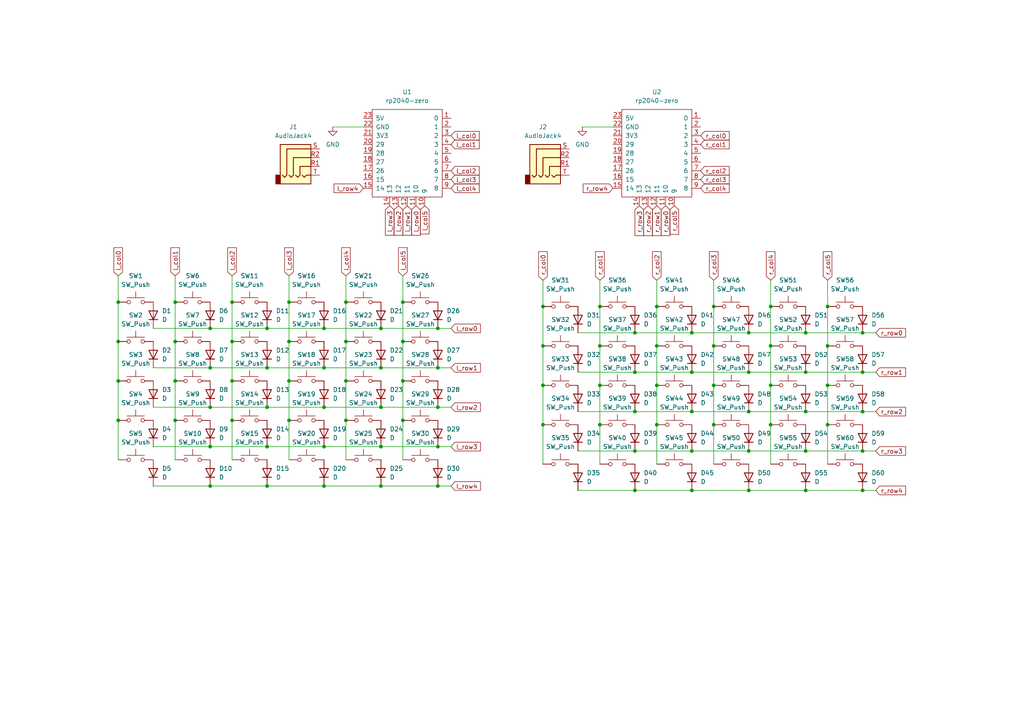
<source format=kicad_sch>
(kicad_sch (version 20231120) (generator "eeschema") (generator_version "8.0")
  (paper "A4")
  (lib_symbols
    (symbol "Connector_Audio:AudioJack4"
      (property "Reference" "J" (at 0 8.89 0))
      (property "Value" "AudioJack4" (at 0 6.35 0))
      (symbol "AudioJack4_0_1"
        (rectangle (start -6.35 -5.08) (end -7.62 -7.62) (stroke (width 0.254)) (fill (type outline)))
        (polyline (pts (xy 0 -5.08) (xy 0.635 -5.715) (xy 1.27 -5.08) (xy 2.54 -5.08)) (stroke (width 0.254)))
        (polyline (pts (xy -5.715 -5.08) (xy -5.08 -5.715) (xy -4.445 -5.08) (xy -4.445 2.54) (xy 2.54 2.54)) (stroke (width 0.254)))
        (polyline (pts (xy -1.905 -5.08) (xy -1.27 -5.715) (xy -0.635 -5.08) (xy -0.635 -2.54) (xy 2.54 -2.54)) (stroke (width 0.254)))
        (polyline (pts (xy 2.54 0) (xy -2.54 0) (xy -2.54 -5.08) (xy -3.175 -5.715) (xy -3.81 -5.08)) (stroke (width 0.254)))
        (rectangle (start 2.54 3.81) (end -6.35 -7.62) (stroke (width 0.254)) (fill (type background)))
      )
      (symbol "AudioJack4_1_1"
        (pin passive line (at 5.08 -2.54 180) (length 2.54) (name "~") (number "R1"))
        (pin passive line (at 5.08 0 180) (length 2.54) (name "~") (number "R2"))
        (pin passive line (at 5.08 2.54 180) (length 2.54) (name "~") (number "S"))
        (pin passive line (at 5.08 -5.08 180) (length 2.54) (name "~") (number "T"))
      )
    )
    (symbol "Device:D" (pin_numbers hide) (pin_names (offset 1.016) hide)
      (property "Reference" "D" (at 0 2.54 0))
      (property "Value" "D" (at 0 -2.54 0))
      (symbol "D_0_1"
        (polyline (pts (xy -1.27 1.27) (xy -1.27 -1.27)) (stroke (width 0.254)))
        (polyline (pts (xy 1.27 0) (xy -1.27 0)))
        (polyline (pts (xy 1.27 1.27) (xy 1.27 -1.27) (xy -1.27 0) (xy 1.27 1.27)) (stroke (width 0.254)))
      )
      (symbol "D_1_1"
        (pin passive line (at -3.81 0 0) (length 2.54) (name "K") (number "1"))
        (pin passive line (at 3.81 0 180) (length 2.54) (name "A") (number "2"))
      )
    )
    (symbol "Switch:SW_Push" (pin_numbers hide) (pin_names (offset 1.016) hide)
      (property "Reference" "SW" (at 1.27 2.54 0))
      (property "Value" "SW_Push" (at 0 -1.524 0))
      (symbol "SW_Push_0_1"
        (circle (center -2.032 0) (radius 0.508))
        (polyline (pts (xy 0 1.27) (xy 0 3.048)))
        (polyline (pts (xy 2.54 1.27) (xy -2.54 1.27)))
        (circle (center 2.032 0) (radius 0.508))
        (pin passive line (at -5.08 0 0) (length 2.54) (name "1") (number "1"))
        (pin passive line (at 5.08 0 180) (length 2.54) (name "2") (number "2"))
      )
    )
    (symbol "mcu:rp2040-zero" (pin_names (offset 1.016))
      (property "Reference" "U" (at 0 15.24 0))
      (property "Value" "rp2040-zero" (at 0 12.7 0))
      (symbol "rp2040-zero_0_1"
        (rectangle (start -10.16 11.43) (end 10.16 -13.97))
      )
      (symbol "rp2040-zero_1_1"
        (pin bidirectional line (at 12.7 8.89 180) (length 2.54) (name "0") (number "1"))
        (pin bidirectional line (at 5.08 -16.51 90) (length 2.54) (name "9") (number "10"))
        (pin bidirectional line (at 2.54 -16.51 90) (length 2.54) (name "10") (number "11"))
        (pin bidirectional line (at 0 -16.51 90) (length 2.54) (name "11") (number "12"))
        (pin bidirectional line (at -2.54 -16.51 90) (length 2.54) (name "12") (number "13"))
        (pin bidirectional line (at -5.08 -16.51 90) (length 2.54) (name "13") (number "14"))
        (pin bidirectional line (at -12.7 -11.43 0) (length 2.54) (name "14") (number "15"))
        (pin bidirectional line (at -12.7 -8.89 0) (length 2.54) (name "15") (number "16"))
        (pin bidirectional line (at -12.7 -6.35 0) (length 2.54) (name "26") (number "17"))
        (pin bidirectional line (at -12.7 -3.81 0) (length 2.54) (name "27") (number "18"))
        (pin bidirectional line (at -12.7 -1.27 0) (length 2.54) (name "28") (number "19"))
        (pin bidirectional line (at 12.7 6.35 180) (length 2.54) (name "1") (number "2"))
        (pin bidirectional line (at -12.7 1.27 0) (length 2.54) (name "29") (number "20"))
        (pin power_out line (at -12.7 3.81 0) (length 2.54) (name "3V3") (number "21"))
        (pin power_out line (at -12.7 6.35 0) (length 2.54) (name "GND") (number "22"))
        (pin power_out line (at -12.7 8.89 0) (length 2.54) (name "5V") (number "23"))
        (pin bidirectional line (at 12.7 3.81 180) (length 2.54) (name "2") (number "3"))
        (pin bidirectional line (at 12.7 1.27 180) (length 2.54) (name "3") (number "4"))
        (pin bidirectional line (at 12.7 -1.27 180) (length 2.54) (name "4") (number "5"))
        (pin bidirectional line (at 12.7 -3.81 180) (length 2.54) (name "5") (number "6"))
        (pin bidirectional line (at 12.7 -6.35 180) (length 2.54) (name "6") (number "7"))
        (pin bidirectional line (at 12.7 -8.89 180) (length 2.54) (name "7") (number "8"))
        (pin bidirectional line (at 12.7 -11.43 180) (length 2.54) (name "8") (number "9"))
      )
    )
    (symbol "power:GND" (power) (pin_numbers hide) (pin_names (offset 0) hide)
      (property "Value" "GND" (at 0 -3.81 0))
      (symbol "GND_0_1"
        (polyline (pts (xy 0 0) (xy 0 -1.27) (xy 1.27 -1.27) (xy 0 -2.54) (xy -1.27 -1.27) (xy 0 -1.27)))
      )
      (symbol "GND_1_1"
        (pin power_in line (at 0 0 270) (length 0) (name "~") (number "1"))
      )
    )
  )
  (junction (at 60.96 129.54))
  (junction (at 100.33 110.49))
  (junction (at 93.98 140.97))
  (junction (at 77.47 140.97))
  (junction (at 67.31 87.63))
  (junction (at 217.17 130.81))
  (junction (at 83.82 110.49))
  (junction (at 110.49 106.68))
  (junction (at 77.47 106.68))
  (junction (at 83.82 99.06))
  (junction (at 50.8 110.49))
  (junction (at 207.01 88.9))
  (junction (at 184.15 107.95))
  (junction (at 207.01 123.19))
  (junction (at 217.17 107.95))
  (junction (at 67.31 99.06))
  (junction (at 93.98 129.54))
  (junction (at 240.03 88.9))
  (junction (at 184.15 119.38))
  (junction (at 240.03 100.33))
  (junction (at 100.33 99.06))
  (junction (at 200.66 119.38))
  (junction (at 93.98 95.25))
  (junction (at 217.17 142.24))
  (junction (at 60.96 140.97))
  (junction (at 77.47 95.25))
  (junction (at 200.66 107.95))
  (junction (at 190.5 123.19))
  (junction (at 207.01 111.76))
  (junction (at 127 118.11))
  (junction (at 50.8 99.06))
  (junction (at 190.5 111.76))
  (junction (at 83.82 87.63))
  (junction (at 173.99 123.19))
  (junction (at 217.17 119.38))
  (junction (at 83.82 121.92))
  (junction (at 184.15 96.52))
  (junction (at 233.68 142.24))
  (junction (at 110.49 118.11))
  (junction (at 67.31 121.92))
  (junction (at 110.49 140.97))
  (junction (at 93.98 118.11))
  (junction (at 157.48 111.76))
  (junction (at 240.03 111.76))
  (junction (at 240.03 123.19))
  (junction (at 250.19 142.24))
  (junction (at 217.17 96.52))
  (junction (at 184.15 142.24))
  (junction (at 127 129.54))
  (junction (at 116.84 99.06))
  (junction (at 250.19 107.95))
  (junction (at 200.66 130.81))
  (junction (at 34.29 99.06))
  (junction (at 116.84 110.49))
  (junction (at 50.8 121.92))
  (junction (at 60.96 95.25))
  (junction (at 116.84 87.63))
  (junction (at 223.52 88.9))
  (junction (at 34.29 121.92))
  (junction (at 184.15 130.81))
  (junction (at 60.96 106.68))
  (junction (at 157.48 123.19))
  (junction (at 233.68 130.81))
  (junction (at 207.01 100.33))
  (junction (at 190.5 88.9))
  (junction (at 250.19 130.81))
  (junction (at 233.68 96.52))
  (junction (at 67.31 110.49))
  (junction (at 93.98 106.68))
  (junction (at 200.66 96.52))
  (junction (at 173.99 111.76))
  (junction (at 127 95.25))
  (junction (at 233.68 119.38))
  (junction (at 100.33 87.63))
  (junction (at 157.48 100.33))
  (junction (at 100.33 121.92))
  (junction (at 223.52 111.76))
  (junction (at 116.84 121.92))
  (junction (at 190.5 100.33))
  (junction (at 200.66 142.24))
  (junction (at 34.29 87.63))
  (junction (at 250.19 96.52))
  (junction (at 110.49 129.54))
  (junction (at 223.52 123.19))
  (junction (at 157.48 88.9))
  (junction (at 173.99 88.9))
  (junction (at 60.96 118.11))
  (junction (at 77.47 118.11))
  (junction (at 110.49 95.25))
  (junction (at 223.52 100.33))
  (junction (at 34.29 110.49))
  (junction (at 250.19 119.38))
  (junction (at 233.68 107.95))
  (junction (at 50.8 87.63))
  (junction (at 127 106.68))
  (junction (at 77.47 129.54))
  (junction (at 127 140.97))
  (junction (at 173.99 100.33))
  (wire (pts (xy 67.31 87.63) (xy 67.31 99.06)))
  (wire (pts (xy 60.96 95.25) (xy 77.47 95.25)))
  (wire (pts (xy 223.52 88.9) (xy 223.52 100.33)))
  (wire (pts (xy 77.47 129.54) (xy 93.98 129.54)))
  (wire (pts (xy 93.98 106.68) (xy 110.49 106.68)))
  (wire (pts (xy 190.5 123.19) (xy 190.5 134.62)))
  (wire (pts (xy 184.15 130.81) (xy 200.66 130.81)))
  (wire (pts (xy 34.29 110.49) (xy 34.29 121.92)))
  (wire (pts (xy 50.8 121.92) (xy 50.8 133.35)))
  (wire (pts (xy 116.84 121.92) (xy 116.84 133.35)))
  (wire (pts (xy 116.84 110.49) (xy 116.84 121.92)))
  (wire (pts (xy 60.96 118.11) (xy 77.47 118.11)))
  (wire (pts (xy 127 118.11) (xy 130.81 118.11)))
  (wire (pts (xy 223.52 100.33) (xy 223.52 111.76)))
  (wire (pts (xy 34.29 87.63) (xy 34.29 99.06)))
  (wire (pts (xy 167.64 96.52) (xy 184.15 96.52)))
  (wire (pts (xy 233.68 119.38) (xy 250.19 119.38)))
  (wire (pts (xy 168.91 36.83) (xy 177.8 36.83)))
  (wire (pts (xy 240.03 88.9) (xy 240.03 100.33)))
  (wire (pts (xy 44.45 118.11) (xy 60.96 118.11)))
  (wire (pts (xy 67.31 121.92) (xy 67.31 133.35)))
  (wire (pts (xy 116.84 80.01) (xy 116.84 87.63)))
  (wire (pts (xy 93.98 95.25) (xy 110.49 95.25)))
  (wire (pts (xy 223.52 111.76) (xy 223.52 123.19)))
  (wire (pts (xy 207.01 88.9) (xy 207.01 100.33)))
  (wire (pts (xy 116.84 87.63) (xy 116.84 99.06)))
  (wire (pts (xy 50.8 87.63) (xy 50.8 99.06)))
  (wire (pts (xy 60.96 129.54) (xy 77.47 129.54)))
  (wire (pts (xy 217.17 130.81) (xy 233.68 130.81)))
  (wire (pts (xy 217.17 107.95) (xy 233.68 107.95)))
  (wire (pts (xy 200.66 142.24) (xy 217.17 142.24)))
  (wire (pts (xy 93.98 129.54) (xy 110.49 129.54)))
  (wire (pts (xy 173.99 81.28) (xy 173.99 88.9)))
  (wire (pts (xy 110.49 129.54) (xy 127 129.54)))
  (wire (pts (xy 157.48 123.19) (xy 157.48 134.62)))
  (wire (pts (xy 110.49 140.97) (xy 127 140.97)))
  (wire (pts (xy 67.31 80.01) (xy 67.31 87.63)))
  (wire (pts (xy 127 106.68) (xy 130.81 106.68)))
  (wire (pts (xy 157.48 111.76) (xy 157.48 123.19)))
  (wire (pts (xy 44.45 106.68) (xy 60.96 106.68)))
  (wire (pts (xy 83.82 110.49) (xy 83.82 121.92)))
  (wire (pts (xy 83.82 80.01) (xy 83.82 87.63)))
  (wire (pts (xy 173.99 123.19) (xy 173.99 134.62)))
  (wire (pts (xy 127 140.97) (xy 130.81 140.97)))
  (wire (pts (xy 67.31 99.06) (xy 67.31 110.49)))
  (wire (pts (xy 240.03 81.28) (xy 240.03 88.9)))
  (wire (pts (xy 50.8 99.06) (xy 50.8 110.49)))
  (wire (pts (xy 110.49 95.25) (xy 127 95.25)))
  (wire (pts (xy 77.47 95.25) (xy 93.98 95.25)))
  (wire (pts (xy 34.29 99.06) (xy 34.29 110.49)))
  (wire (pts (xy 184.15 119.38) (xy 200.66 119.38)))
  (wire (pts (xy 223.52 123.19) (xy 223.52 134.62)))
  (wire (pts (xy 60.96 106.68) (xy 77.47 106.68)))
  (wire (pts (xy 50.8 80.01) (xy 50.8 87.63)))
  (wire (pts (xy 217.17 142.24) (xy 233.68 142.24)))
  (wire (pts (xy 60.96 140.97) (xy 77.47 140.97)))
  (wire (pts (xy 173.99 88.9) (xy 173.99 100.33)))
  (wire (pts (xy 44.45 95.25) (xy 60.96 95.25)))
  (wire (pts (xy 44.45 129.54) (xy 60.96 129.54)))
  (wire (pts (xy 100.33 87.63) (xy 100.33 99.06)))
  (wire (pts (xy 100.33 99.06) (xy 100.33 110.49)))
  (wire (pts (xy 34.29 80.01) (xy 34.29 87.63)))
  (wire (pts (xy 167.64 142.24) (xy 184.15 142.24)))
  (wire (pts (xy 50.8 110.49) (xy 50.8 121.92)))
  (wire (pts (xy 190.5 88.9) (xy 190.5 100.33)))
  (wire (pts (xy 127 95.25) (xy 130.81 95.25)))
  (wire (pts (xy 110.49 118.11) (xy 127 118.11)))
  (wire (pts (xy 157.48 88.9) (xy 157.48 100.33)))
  (wire (pts (xy 200.66 130.81) (xy 217.17 130.81)))
  (wire (pts (xy 157.48 81.28) (xy 157.48 88.9)))
  (wire (pts (xy 83.82 87.63) (xy 83.82 99.06)))
  (wire (pts (xy 190.5 100.33) (xy 190.5 111.76)))
  (wire (pts (xy 250.19 142.24) (xy 254 142.24)))
  (wire (pts (xy 190.5 111.76) (xy 190.5 123.19)))
  (wire (pts (xy 233.68 96.52) (xy 250.19 96.52)))
  (wire (pts (xy 173.99 100.33) (xy 173.99 111.76)))
  (wire (pts (xy 240.03 123.19) (xy 240.03 134.62)))
  (wire (pts (xy 250.19 107.95) (xy 254 107.95)))
  (wire (pts (xy 200.66 119.38) (xy 217.17 119.38)))
  (wire (pts (xy 100.33 110.49) (xy 100.33 121.92)))
  (wire (pts (xy 67.31 110.49) (xy 67.31 121.92)))
  (wire (pts (xy 233.68 130.81) (xy 250.19 130.81)))
  (wire (pts (xy 250.19 119.38) (xy 254 119.38)))
  (wire (pts (xy 44.45 140.97) (xy 60.96 140.97)))
  (wire (pts (xy 200.66 96.52) (xy 217.17 96.52)))
  (wire (pts (xy 233.68 107.95) (xy 250.19 107.95)))
  (wire (pts (xy 93.98 140.97) (xy 110.49 140.97)))
  (wire (pts (xy 207.01 123.19) (xy 207.01 134.62)))
  (wire (pts (xy 110.49 106.68) (xy 127 106.68)))
  (wire (pts (xy 83.82 99.06) (xy 83.82 110.49)))
  (wire (pts (xy 184.15 96.52) (xy 200.66 96.52)))
  (wire (pts (xy 127 129.54) (xy 130.81 129.54)))
  (wire (pts (xy 34.29 121.92) (xy 34.29 133.35)))
  (wire (pts (xy 207.01 81.28) (xy 207.01 88.9)))
  (wire (pts (xy 96.52 36.83) (xy 105.41 36.83)))
  (wire (pts (xy 77.47 106.68) (xy 93.98 106.68)))
  (wire (pts (xy 200.66 107.95) (xy 217.17 107.95)))
  (wire (pts (xy 100.33 80.01) (xy 100.33 87.63)))
  (wire (pts (xy 184.15 107.95) (xy 200.66 107.95)))
  (wire (pts (xy 240.03 100.33) (xy 240.03 111.76)))
  (wire (pts (xy 116.84 99.06) (xy 116.84 110.49)))
  (wire (pts (xy 217.17 119.38) (xy 233.68 119.38)))
  (wire (pts (xy 77.47 118.11) (xy 93.98 118.11)))
  (wire (pts (xy 250.19 130.81) (xy 254 130.81)))
  (wire (pts (xy 167.64 119.38) (xy 184.15 119.38)))
  (wire (pts (xy 93.98 118.11) (xy 110.49 118.11)))
  (wire (pts (xy 77.47 140.97) (xy 93.98 140.97)))
  (wire (pts (xy 207.01 100.33) (xy 207.01 111.76)))
  (wire (pts (xy 207.01 111.76) (xy 207.01 123.19)))
  (wire (pts (xy 217.17 96.52) (xy 233.68 96.52)))
  (wire (pts (xy 233.68 142.24) (xy 250.19 142.24)))
  (wire (pts (xy 83.82 121.92) (xy 83.82 133.35)))
  (wire (pts (xy 190.5 81.28) (xy 190.5 88.9)))
  (wire (pts (xy 223.52 81.28) (xy 223.52 88.9)))
  (wire (pts (xy 157.48 100.33) (xy 157.48 111.76)))
  (wire (pts (xy 173.99 111.76) (xy 173.99 123.19)))
  (wire (pts (xy 167.64 130.81) (xy 184.15 130.81)))
  (wire (pts (xy 167.64 107.95) (xy 184.15 107.95)))
  (wire (pts (xy 184.15 142.24) (xy 200.66 142.24)))
  (wire (pts (xy 250.19 96.52) (xy 254 96.52)))
  (wire (pts (xy 100.33 121.92) (xy 100.33 133.35)))
  (wire (pts (xy 240.03 111.76) (xy 240.03 123.19)))
  (global_label "l_col1" (shape input) (at 50.8 80.01 90) (property "Intersheetrefs" "${INTERSHEET_REFS}" (effects (hide yes))))
  (global_label "l_row2" (shape input) (at 115.57 59.69 270) (property "Intersheetrefs" "${INTERSHEET_REFS}" (effects (hide yes))))
  (global_label "r_col0" (shape input) (at 203.2 39.37 0) (property "Intersheetrefs" "${INTERSHEET_REFS}" (effects (hide yes))))
  (global_label "l_row0" (shape input) (at 120.65 59.69 270) (property "Intersheetrefs" "${INTERSHEET_REFS}" (effects (hide yes))))
  (global_label "l_row1" (shape input) (at 130.81 106.68 0) (property "Intersheetrefs" "${INTERSHEET_REFS}" (effects (hide yes))))
  (global_label "r_row2" (shape input) (at 187.96 59.69 270) (property "Intersheetrefs" "${INTERSHEET_REFS}" (effects (hide yes))))
  (global_label "l_row3" (shape input) (at 113.03 59.69 270) (property "Intersheetrefs" "${INTERSHEET_REFS}" (effects (hide yes))))
  (global_label "l_row3" (shape input) (at 130.81 129.54 0) (property "Intersheetrefs" "${INTERSHEET_REFS}" (effects (hide yes))))
  (global_label "r_col5" (shape input) (at 195.58 59.69 270) (property "Intersheetrefs" "${INTERSHEET_REFS}" (effects (hide yes))))
  (global_label "r_row4" (shape input) (at 254 142.24 0) (property "Intersheetrefs" "${INTERSHEET_REFS}" (effects (hide yes))))
  (global_label "r_col1" (shape input) (at 203.2 41.91 0) (property "Intersheetrefs" "${INTERSHEET_REFS}" (effects (hide yes))))
  (global_label "r_col0" (shape input) (at 157.48 81.28 90) (property "Intersheetrefs" "${INTERSHEET_REFS}" (effects (hide yes))))
  (global_label "l_col5" (shape input) (at 116.84 80.01 90) (property "Intersheetrefs" "${INTERSHEET_REFS}" (effects (hide yes))))
  (global_label "r_row4" (shape input) (at 177.8 54.61 180) (property "Intersheetrefs" "${INTERSHEET_REFS}" (effects (hide yes))))
  (global_label "l_col3" (shape input) (at 83.82 80.01 90) (property "Intersheetrefs" "${INTERSHEET_REFS}" (effects (hide yes))))
  (global_label "l_row2" (shape input) (at 130.81 118.11 0) (property "Intersheetrefs" "${INTERSHEET_REFS}" (effects (hide yes))))
  (global_label "l_col0" (shape input) (at 130.81 39.37 0) (property "Intersheetrefs" "${INTERSHEET_REFS}" (effects (hide yes))))
  (global_label "r_row2" (shape input) (at 254 119.38 0) (property "Intersheetrefs" "${INTERSHEET_REFS}" (effects (hide yes))))
  (global_label "l_row4" (shape input) (at 130.81 140.97 0) (property "Intersheetrefs" "${INTERSHEET_REFS}" (effects (hide yes))))
  (global_label "l_col5" (shape input) (at 123.19 59.69 270) (property "Intersheetrefs" "${INTERSHEET_REFS}" (effects (hide yes))))
  (global_label "r_col2" (shape input) (at 190.5 81.28 90) (property "Intersheetrefs" "${INTERSHEET_REFS}" (effects (hide yes))))
  (global_label "r_row1" (shape input) (at 190.5 59.69 270) (property "Intersheetrefs" "${INTERSHEET_REFS}" (effects (hide yes))))
  (global_label "l_col2" (shape input) (at 130.81 49.53 0) (property "Intersheetrefs" "${INTERSHEET_REFS}" (effects (hide yes))))
  (global_label "r_row0" (shape input) (at 193.04 59.69 270) (property "Intersheetrefs" "${INTERSHEET_REFS}" (effects (hide yes))))
  (global_label "l_col1" (shape input) (at 130.81 41.91 0) (property "Intersheetrefs" "${INTERSHEET_REFS}" (effects (hide yes))))
  (global_label "l_col3" (shape input) (at 130.81 52.07 0) (property "Intersheetrefs" "${INTERSHEET_REFS}" (effects (hide yes))))
  (global_label "r_col5" (shape input) (at 240.03 81.28 90) (property "Intersheetrefs" "${INTERSHEET_REFS}" (effects (hide yes))))
  (global_label "r_col4" (shape input) (at 223.52 81.28 90) (property "Intersheetrefs" "${INTERSHEET_REFS}" (effects (hide yes))))
  (global_label "l_col4" (shape input) (at 100.33 80.01 90) (property "Intersheetrefs" "${INTERSHEET_REFS}" (effects (hide yes))))
  (global_label "r_col4" (shape input) (at 203.2 54.61 0) (property "Intersheetrefs" "${INTERSHEET_REFS}" (effects (hide yes))))
  (global_label "r_row0" (shape input) (at 254 96.52 0) (property "Intersheetrefs" "${INTERSHEET_REFS}" (effects (hide yes))))
  (global_label "r_col3" (shape input) (at 207.01 81.28 90) (property "Intersheetrefs" "${INTERSHEET_REFS}" (effects (hide yes))))
  (global_label "l_col4" (shape input) (at 130.81 54.61 0) (property "Intersheetrefs" "${INTERSHEET_REFS}" (effects (hide yes))))
  (global_label "l_row0" (shape input) (at 130.81 95.25 0) (property "Intersheetrefs" "${INTERSHEET_REFS}" (effects (hide yes))))
  (global_label "l_col0" (shape input) (at 34.29 80.01 90) (property "Intersheetrefs" "${INTERSHEET_REFS}" (effects (hide yes))))
  (global_label "l_row1" (shape input) (at 118.11 59.69 270) (property "Intersheetrefs" "${INTERSHEET_REFS}" (effects (hide yes))))
  (global_label "r_row1" (shape input) (at 254 107.95 0) (property "Intersheetrefs" "${INTERSHEET_REFS}" (effects (hide yes))))
  (global_label "l_col2" (shape input) (at 67.31 80.01 90) (property "Intersheetrefs" "${INTERSHEET_REFS}" (effects (hide yes))))
  (global_label "r_col2" (shape input) (at 203.2 49.53 0) (property "Intersheetrefs" "${INTERSHEET_REFS}" (effects (hide yes))))
  (global_label "r_row3" (shape input) (at 254 130.81 0) (property "Intersheetrefs" "${INTERSHEET_REFS}" (effects (hide yes))))
  (global_label "l_row4" (shape input) (at 105.41 54.61 180) (property "Intersheetrefs" "${INTERSHEET_REFS}" (effects (hide yes))))
  (global_label "r_col1" (shape input) (at 173.99 81.28 90) (property "Intersheetrefs" "${INTERSHEET_REFS}" (effects (hide yes))))
  (global_label "r_col3" (shape input) (at 203.2 52.07 0) (property "Intersheetrefs" "${INTERSHEET_REFS}" (effects (hide yes))))
  (global_label "r_row3" (shape input) (at 185.42 59.69 270) (property "Intersheetrefs" "${INTERSHEET_REFS}" (effects (hide yes))))
  (symbol (lib_id "Switch:SW_Push") (at 195.58 100.33 0) (unit 1)
    (property "Reference" "SW42" (at 195.58 92.71 0))
    (property "Value" "SW_Push" (at 195.58 95.25 0))
    (property "Description" "Push button switch, generic, two pins" (effects (hide yes)))
  )
  (symbol (lib_id "Device:D") (at 233.68 92.71 90) (unit 1)
    (property "Reference" "D51" (at 236.22 91.4399 90) (effects (justify right)))
    (property "Value" "D" (at 236.22 93.9799 90) (effects (justify right)))
    (property "Description" "Diode" (effects (hide yes)))
    (property "Sim.Device" "D" (effects (hide yes)))
    (property "Sim.Pins" "1=K 2=A" (effects (hide yes)))
  )
  (symbol (lib_id "mcu:rp2040-zero") (at 118.11 43.18 0) (unit 1)
    (property "Reference" "U1" (at 118.11 26.67 0))
    (property "Value" "rp2040-zero" (at 118.11 29.21 0))
  )
  (symbol (lib_id "Device:D") (at 93.98 125.73 90) (unit 1)
    (property "Reference" "D19" (at 96.52 124.4599 90) (effects (justify right)))
    (property "Value" "D" (at 96.52 126.9999 90) (effects (justify right)))
    (property "Description" "Diode" (effects (hide yes)))
    (property "Sim.Device" "D" (effects (hide yes)))
    (property "Sim.Pins" "1=K 2=A" (effects (hide yes)))
  )
  (symbol (lib_id "Switch:SW_Push") (at 179.07 134.62 0) (unit 1)
    (property "Reference" "SW40" (at 179.07 127 0))
    (property "Value" "SW_Push" (at 179.07 129.54 0))
    (property "Description" "Push button switch, generic, two pins" (effects (hide yes)))
  )
  (symbol (lib_id "Device:D") (at 127 102.87 90) (unit 1)
    (property "Reference" "D27" (at 129.54 101.5999 90) (effects (justify right)))
    (property "Value" "D" (at 129.54 104.1399 90) (effects (justify right)))
    (property "Description" "Diode" (effects (hide yes)))
    (property "Sim.Device" "D" (effects (hide yes)))
    (property "Sim.Pins" "1=K 2=A" (effects (hide yes)))
  )
  (symbol (lib_id "Switch:SW_Push") (at 228.6 111.76 0) (unit 1)
    (property "Reference" "SW53" (at 228.6 104.14 0))
    (property "Value" "SW_Push" (at 228.6 106.68 0))
    (property "Description" "Push button switch, generic, two pins" (effects (hide yes)))
  )
  (symbol (lib_id "Device:D") (at 77.47 137.16 90) (unit 1)
    (property "Reference" "D15" (at 80.01 135.8899 90) (effects (justify right)))
    (property "Value" "D" (at 80.01 138.4299 90) (effects (justify right)))
    (property "Description" "Diode" (effects (hide yes)))
    (property "Sim.Device" "D" (effects (hide yes)))
    (property "Sim.Pins" "1=K 2=A" (effects (hide yes)))
  )
  (symbol (lib_id "Device:D") (at 60.96 91.44 90) (unit 1)
    (property "Reference" "D6" (at 63.5 90.1699 90) (effects (justify right)))
    (property "Value" "D" (at 63.5 92.7099 90) (effects (justify right)))
    (property "Description" "Diode" (effects (hide yes)))
    (property "Sim.Device" "D" (effects (hide yes)))
    (property "Sim.Pins" "1=K 2=A" (effects (hide yes)))
  )
  (symbol (lib_id "Device:D") (at 233.68 127 90) (unit 1)
    (property "Reference" "D54" (at 236.22 125.7299 90) (effects (justify right)))
    (property "Value" "D" (at 236.22 128.2699 90) (effects (justify right)))
    (property "Description" "Diode" (effects (hide yes)))
    (property "Sim.Device" "D" (effects (hide yes)))
    (property "Sim.Pins" "1=K 2=A" (effects (hide yes)))
  )
  (symbol (lib_id "Switch:SW_Push") (at 179.07 111.76 0) (unit 1)
    (property "Reference" "SW38" (at 179.07 104.14 0))
    (property "Value" "SW_Push" (at 179.07 106.68 0))
    (property "Description" "Push button switch, generic, two pins" (effects (hide yes)))
  )
  (symbol (lib_id "Switch:SW_Push") (at 245.11 100.33 0) (unit 1)
    (property "Reference" "SW57" (at 245.11 92.71 0))
    (property "Value" "SW_Push" (at 245.11 95.25 0))
    (property "Description" "Push button switch, generic, two pins" (effects (hide yes)))
  )
  (symbol (lib_id "Switch:SW_Push") (at 39.37 87.63 0) (unit 1)
    (property "Reference" "SW1" (at 39.37 80.01 0))
    (property "Value" "SW_Push" (at 39.37 82.55 0))
    (property "Description" "Push button switch, generic, two pins" (effects (hide yes)))
  )
  (symbol (lib_id "Switch:SW_Push") (at 195.58 111.76 0) (unit 1)
    (property "Reference" "SW43" (at 195.58 104.14 0))
    (property "Value" "SW_Push" (at 195.58 106.68 0))
    (property "Description" "Push button switch, generic, two pins" (effects (hide yes)))
  )
  (symbol (lib_id "Switch:SW_Push") (at 212.09 123.19 0) (unit 1)
    (property "Reference" "SW49" (at 212.09 115.57 0))
    (property "Value" "SW_Push" (at 212.09 118.11 0))
    (property "Description" "Push button switch, generic, two pins" (effects (hide yes)))
  )
  (symbol (lib_id "Switch:SW_Push") (at 179.07 88.9 0) (unit 1)
    (property "Reference" "SW36" (at 179.07 81.28 0))
    (property "Value" "SW_Push" (at 179.07 83.82 0))
    (property "Description" "Push button switch, generic, two pins" (effects (hide yes)))
  )
  (symbol (lib_id "Device:D") (at 110.49 125.73 90) (unit 1)
    (property "Reference" "D24" (at 113.03 124.4599 90) (effects (justify right)))
    (property "Value" "D" (at 113.03 126.9999 90) (effects (justify right)))
    (property "Description" "Diode" (effects (hide yes)))
    (property "Sim.Device" "D" (effects (hide yes)))
    (property "Sim.Pins" "1=K 2=A" (effects (hide yes)))
  )
  (symbol (lib_id "Switch:SW_Push") (at 88.9 121.92 0) (unit 1)
    (property "Reference" "SW19" (at 88.9 114.3 0))
    (property "Value" "SW_Push" (at 88.9 116.84 0))
    (property "Description" "Push button switch, generic, two pins" (effects (hide yes)))
  )
  (symbol (lib_id "Switch:SW_Push") (at 195.58 134.62 0) (unit 1)
    (property "Reference" "SW45" (at 195.58 127 0))
    (property "Value" "SW_Push" (at 195.58 129.54 0))
    (property "Description" "Push button switch, generic, two pins" (effects (hide yes)))
  )
  (symbol (lib_id "Switch:SW_Push") (at 212.09 100.33 0) (unit 1)
    (property "Reference" "SW47" (at 212.09 92.71 0))
    (property "Value" "SW_Push" (at 212.09 95.25 0))
    (property "Description" "Push button switch, generic, two pins" (effects (hide yes)))
  )
  (symbol (lib_id "Device:D") (at 127 125.73 90) (unit 1)
    (property "Reference" "D29" (at 129.54 124.4599 90) (effects (justify right)))
    (property "Value" "D" (at 129.54 126.9999 90) (effects (justify right)))
    (property "Description" "Diode" (effects (hide yes)))
    (property "Sim.Device" "D" (effects (hide yes)))
    (property "Sim.Pins" "1=K 2=A" (effects (hide yes)))
  )
  (symbol (lib_id "Switch:SW_Push") (at 162.56 88.9 0) (unit 1)
    (property "Reference" "SW31" (at 162.56 81.28 0))
    (property "Value" "SW_Push" (at 162.56 83.82 0))
    (property "Description" "Push button switch, generic, two pins" (effects (hide yes)))
  )
  (symbol (lib_id "Switch:SW_Push") (at 105.41 87.63 0) (unit 1)
    (property "Reference" "SW21" (at 105.41 80.01 0))
    (property "Value" "SW_Push" (at 105.41 82.55 0))
    (property "Description" "Push button switch, generic, two pins" (effects (hide yes)))
  )
  (symbol (lib_id "Device:D") (at 184.15 92.71 90) (unit 1)
    (property "Reference" "D36" (at 186.69 91.4399 90) (effects (justify right)))
    (property "Value" "D" (at 186.69 93.9799 90) (effects (justify right)))
    (property "Description" "Diode" (effects (hide yes)))
    (property "Sim.Device" "D" (effects (hide yes)))
    (property "Sim.Pins" "1=K 2=A" (effects (hide yes)))
  )
  (symbol (lib_id "Device:D") (at 200.66 92.71 90) (unit 1)
    (property "Reference" "D41" (at 203.2 91.4399 90) (effects (justify right)))
    (property "Value" "D" (at 203.2 93.9799 90) (effects (justify right)))
    (property "Description" "Diode" (effects (hide yes)))
    (property "Sim.Device" "D" (effects (hide yes)))
    (property "Sim.Pins" "1=K 2=A" (effects (hide yes)))
  )
  (symbol (lib_id "Device:D") (at 44.45 125.73 90) (unit 1)
    (property "Reference" "D4" (at 46.99 124.4599 90) (effects (justify right)))
    (property "Value" "D" (at 46.99 126.9999 90) (effects (justify right)))
    (property "Description" "Diode" (effects (hide yes)))
    (property "Sim.Device" "D" (effects (hide yes)))
    (property "Sim.Pins" "1=K 2=A" (effects (hide yes)))
  )
  (symbol (lib_id "Switch:SW_Push") (at 228.6 88.9 0) (unit 1)
    (property "Reference" "SW51" (at 228.6 81.28 0))
    (property "Value" "SW_Push" (at 228.6 83.82 0))
    (property "Description" "Push button switch, generic, two pins" (effects (hide yes)))
  )
  (symbol (lib_id "Device:D") (at 250.19 104.14 90) (unit 1)
    (property "Reference" "D57" (at 252.73 102.8699 90) (effects (justify right)))
    (property "Value" "D" (at 252.73 105.4099 90) (effects (justify right)))
    (property "Description" "Diode" (effects (hide yes)))
    (property "Sim.Device" "D" (effects (hide yes)))
    (property "Sim.Pins" "1=K 2=A" (effects (hide yes)))
  )
  (symbol (lib_id "Device:D") (at 77.47 102.87 90) (unit 1)
    (property "Reference" "D12" (at 80.01 101.5999 90) (effects (justify right)))
    (property "Value" "D" (at 80.01 104.1399 90) (effects (justify right)))
    (property "Description" "Diode" (effects (hide yes)))
    (property "Sim.Device" "D" (effects (hide yes)))
    (property "Sim.Pins" "1=K 2=A" (effects (hide yes)))
  )
  (symbol (lib_id "mcu:rp2040-zero") (at 190.5 43.18 0) (unit 1)
    (property "Reference" "U2" (at 190.5 26.67 0))
    (property "Value" "rp2040-zero" (at 190.5 29.21 0))
  )
  (symbol (lib_id "Device:D") (at 93.98 114.3 90) (unit 1)
    (property "Reference" "D18" (at 96.52 113.0299 90) (effects (justify right)))
    (property "Value" "D" (at 96.52 115.5699 90) (effects (justify right)))
    (property "Description" "Diode" (effects (hide yes)))
    (property "Sim.Device" "D" (effects (hide yes)))
    (property "Sim.Pins" "1=K 2=A" (effects (hide yes)))
  )
  (symbol (lib_id "Switch:SW_Push") (at 245.11 134.62 0) (unit 1)
    (property "Reference" "SW60" (at 245.11 127 0))
    (property "Value" "SW_Push" (at 245.11 129.54 0))
    (property "Description" "Push button switch, generic, two pins" (effects (hide yes)))
  )
  (symbol (lib_id "Switch:SW_Push") (at 121.92 133.35 0) (unit 1)
    (property "Reference" "SW30" (at 121.92 125.73 0))
    (property "Value" "SW_Push" (at 121.92 128.27 0))
    (property "Description" "Push button switch, generic, two pins" (effects (hide yes)))
  )
  (symbol (lib_id "Device:D") (at 110.49 137.16 90) (unit 1)
    (property "Reference" "D25" (at 113.03 135.8899 90) (effects (justify right)))
    (property "Value" "D" (at 113.03 138.4299 90) (effects (justify right)))
    (property "Description" "Diode" (effects (hide yes)))
    (property "Sim.Device" "D" (effects (hide yes)))
    (property "Sim.Pins" "1=K 2=A" (effects (hide yes)))
  )
  (symbol (lib_id "Device:D") (at 167.64 115.57 90) (unit 1)
    (property "Reference" "D33" (at 170.18 114.2999 90) (effects (justify right)))
    (property "Value" "D" (at 170.18 116.8399 90) (effects (justify right)))
    (property "Description" "Diode" (effects (hide yes)))
    (property "Sim.Device" "D" (effects (hide yes)))
    (property "Sim.Pins" "1=K 2=A" (effects (hide yes)))
  )
  (symbol (lib_id "Switch:SW_Push") (at 72.39 133.35 0) (unit 1)
    (property "Reference" "SW15" (at 72.39 125.73 0))
    (property "Value" "SW_Push" (at 72.39 128.27 0))
    (property "Description" "Push button switch, generic, two pins" (effects (hide yes)))
  )
  (symbol (lib_id "Device:D") (at 110.49 102.87 90) (unit 1)
    (property "Reference" "D22" (at 113.03 101.5999 90) (effects (justify right)))
    (property "Value" "D" (at 113.03 104.1399 90) (effects (justify right)))
    (property "Description" "Diode" (effects (hide yes)))
    (property "Sim.Device" "D" (effects (hide yes)))
    (property "Sim.Pins" "1=K 2=A" (effects (hide yes)))
  )
  (symbol (lib_id "Device:D") (at 217.17 92.71 90) (unit 1)
    (property "Reference" "D46" (at 219.71 91.4399 90) (effects (justify right)))
    (property "Value" "D" (at 219.71 93.9799 90) (effects (justify right)))
    (property "Description" "Diode" (effects (hide yes)))
    (property "Sim.Device" "D" (effects (hide yes)))
    (property "Sim.Pins" "1=K 2=A" (effects (hide yes)))
  )
  (symbol (lib_id "Switch:SW_Push") (at 88.9 110.49 0) (unit 1)
    (property "Reference" "SW18" (at 88.9 102.87 0))
    (property "Value" "SW_Push" (at 88.9 105.41 0))
    (property "Description" "Push button switch, generic, two pins" (effects (hide yes)))
  )
  (symbol (lib_id "Device:D") (at 93.98 91.44 90) (unit 1)
    (property "Reference" "D16" (at 96.52 90.1699 90) (effects (justify right)))
    (property "Value" "D" (at 96.52 92.7099 90) (effects (justify right)))
    (property "Description" "Diode" (effects (hide yes)))
    (property "Sim.Device" "D" (effects (hide yes)))
    (property "Sim.Pins" "1=K 2=A" (effects (hide yes)))
  )
  (symbol (lib_id "Switch:SW_Push") (at 179.07 100.33 0) (unit 1)
    (property "Reference" "SW37" (at 179.07 92.71 0))
    (property "Value" "SW_Push" (at 179.07 95.25 0))
    (property "Description" "Push button switch, generic, two pins" (effects (hide yes)))
  )
  (symbol (lib_id "power:GND") (at 96.52 36.83 0) (unit 1)
    (property "Reference" "#PWR01" (effects (hide yes)))
    (property "Value" "GND" (at 96.52 41.91 0))
    (property "Description" "Power symbol creates a global label with name \"GND\" , ground" (effects (hide yes)))
  )
  (symbol (lib_id "Device:D") (at 217.17 115.57 90) (unit 1)
    (property "Reference" "D48" (at 219.71 114.2999 90) (effects (justify right)))
    (property "Value" "D" (at 219.71 116.8399 90) (effects (justify right)))
    (property "Description" "Diode" (effects (hide yes)))
    (property "Sim.Device" "D" (effects (hide yes)))
    (property "Sim.Pins" "1=K 2=A" (effects (hide yes)))
  )
  (symbol (lib_id "Device:D") (at 184.15 127 90) (unit 1)
    (property "Reference" "D39" (at 186.69 125.7299 90) (effects (justify right)))
    (property "Value" "D" (at 186.69 128.2699 90) (effects (justify right)))
    (property "Description" "Diode" (effects (hide yes)))
    (property "Sim.Device" "D" (effects (hide yes)))
    (property "Sim.Pins" "1=K 2=A" (effects (hide yes)))
  )
  (symbol (lib_id "Switch:SW_Push") (at 212.09 88.9 0) (unit 1)
    (property "Reference" "SW46" (at 212.09 81.28 0))
    (property "Value" "SW_Push" (at 212.09 83.82 0))
    (property "Description" "Push button switch, generic, two pins" (effects (hide yes)))
  )
  (symbol (lib_id "Switch:SW_Push") (at 121.92 87.63 0) (unit 1)
    (property "Reference" "SW26" (at 121.92 80.01 0))
    (property "Value" "SW_Push" (at 121.92 82.55 0))
    (property "Description" "Push button switch, generic, two pins" (effects (hide yes)))
  )
  (symbol (lib_id "Device:D") (at 250.19 127 90) (unit 1)
    (property "Reference" "D59" (at 252.73 125.7299 90) (effects (justify right)))
    (property "Value" "D" (at 252.73 128.2699 90) (effects (justify right)))
    (property "Description" "Diode" (effects (hide yes)))
    (property "Sim.Device" "D" (effects (hide yes)))
    (property "Sim.Pins" "1=K 2=A" (effects (hide yes)))
  )
  (symbol (lib_id "Switch:SW_Push") (at 39.37 121.92 0) (unit 1)
    (property "Reference" "SW4" (at 39.37 114.3 0))
    (property "Value" "SW_Push" (at 39.37 116.84 0))
    (property "Description" "Push button switch, generic, two pins" (effects (hide yes)))
  )
  (symbol (lib_id "Switch:SW_Push") (at 88.9 133.35 0) (unit 1)
    (property "Reference" "SW20" (at 88.9 125.73 0))
    (property "Value" "SW_Push" (at 88.9 128.27 0))
    (property "Description" "Push button switch, generic, two pins" (effects (hide yes)))
  )
  (symbol (lib_id "Device:D") (at 77.47 125.73 90) (unit 1)
    (property "Reference" "D14" (at 80.01 124.4599 90) (effects (justify right)))
    (property "Value" "D" (at 80.01 126.9999 90) (effects (justify right)))
    (property "Description" "Diode" (effects (hide yes)))
    (property "Sim.Device" "D" (effects (hide yes)))
    (property "Sim.Pins" "1=K 2=A" (effects (hide yes)))
  )
  (symbol (lib_id "Device:D") (at 127 114.3 90) (unit 1)
    (property "Reference" "D28" (at 129.54 113.0299 90) (effects (justify right)))
    (property "Value" "D" (at 129.54 115.5699 90) (effects (justify right)))
    (property "Description" "Diode" (effects (hide yes)))
    (property "Sim.Device" "D" (effects (hide yes)))
    (property "Sim.Pins" "1=K 2=A" (effects (hide yes)))
  )
  (symbol (lib_id "Switch:SW_Push") (at 72.39 121.92 0) (unit 1)
    (property "Reference" "SW14" (at 72.39 114.3 0))
    (property "Value" "SW_Push" (at 72.39 116.84 0))
    (property "Description" "Push button switch, generic, two pins" (effects (hide yes)))
  )
  (symbol (lib_id "Switch:SW_Push") (at 212.09 134.62 0) (unit 1)
    (property "Reference" "SW50" (at 212.09 127 0))
    (property "Value" "SW_Push" (at 212.09 129.54 0))
    (property "Description" "Push button switch, generic, two pins" (effects (hide yes)))
  )
  (symbol (lib_id "Device:D") (at 250.19 115.57 90) (unit 1)
    (property "Reference" "D58" (at 252.73 114.2999 90) (effects (justify right)))
    (property "Value" "D" (at 252.73 116.8399 90) (effects (justify right)))
    (property "Description" "Diode" (effects (hide yes)))
    (property "Sim.Device" "D" (effects (hide yes)))
    (property "Sim.Pins" "1=K 2=A" (effects (hide yes)))
  )
  (symbol (lib_id "Device:D") (at 200.66 115.57 90) (unit 1)
    (property "Reference" "D43" (at 203.2 114.2999 90) (effects (justify right)))
    (property "Value" "D" (at 203.2 116.8399 90) (effects (justify right)))
    (property "Description" "Diode" (effects (hide yes)))
    (property "Sim.Device" "D" (effects (hide yes)))
    (property "Sim.Pins" "1=K 2=A" (effects (hide yes)))
  )
  (symbol (lib_id "Switch:SW_Push") (at 105.41 133.35 0) (unit 1)
    (property "Reference" "SW25" (at 105.41 125.73 0))
    (property "Value" "SW_Push" (at 105.41 128.27 0))
    (property "Description" "Push button switch, generic, two pins" (effects (hide yes)))
  )
  (symbol (lib_id "Device:D") (at 93.98 102.87 90) (unit 1)
    (property "Reference" "D17" (at 96.52 101.5999 90) (effects (justify right)))
    (property "Value" "D" (at 96.52 104.1399 90) (effects (justify right)))
    (property "Description" "Diode" (effects (hide yes)))
    (property "Sim.Device" "D" (effects (hide yes)))
    (property "Sim.Pins" "1=K 2=A" (effects (hide yes)))
  )
  (symbol (lib_id "Switch:SW_Push") (at 195.58 123.19 0) (unit 1)
    (property "Reference" "SW44" (at 195.58 115.57 0))
    (property "Value" "SW_Push" (at 195.58 118.11 0))
    (property "Description" "Push button switch, generic, two pins" (effects (hide yes)))
  )
  (symbol (lib_id "Switch:SW_Push") (at 39.37 99.06 0) (unit 1)
    (property "Reference" "SW2" (at 39.37 91.44 0))
    (property "Value" "SW_Push" (at 39.37 93.98 0))
    (property "Description" "Push button switch, generic, two pins" (effects (hide yes)))
  )
  (symbol (lib_id "Device:D") (at 60.96 102.87 90) (unit 1)
    (property "Reference" "D7" (at 63.5 101.5999 90) (effects (justify right)))
    (property "Value" "D" (at 63.5 104.1399 90) (effects (justify right)))
    (property "Description" "Diode" (effects (hide yes)))
    (property "Sim.Device" "D" (effects (hide yes)))
    (property "Sim.Pins" "1=K 2=A" (effects (hide yes)))
  )
  (symbol (lib_id "Device:D") (at 44.45 114.3 90) (unit 1)
    (property "Reference" "D3" (at 46.99 113.0299 90) (effects (justify right)))
    (property "Value" "D" (at 46.99 115.5699 90) (effects (justify right)))
    (property "Description" "Diode" (effects (hide yes)))
    (property "Sim.Device" "D" (effects (hide yes)))
    (property "Sim.Pins" "1=K 2=A" (effects (hide yes)))
  )
  (symbol (lib_id "Switch:SW_Push") (at 121.92 99.06 0) (unit 1)
    (property "Reference" "SW27" (at 121.92 91.44 0))
    (property "Value" "SW_Push" (at 121.92 93.98 0))
    (property "Description" "Push button switch, generic, two pins" (effects (hide yes)))
  )
  (symbol (lib_id "Device:D") (at 217.17 127 90) (unit 1)
    (property "Reference" "D49" (at 219.71 125.7299 90) (effects (justify right)))
    (property "Value" "D" (at 219.71 128.2699 90) (effects (justify right)))
    (property "Description" "Diode" (effects (hide yes)))
    (property "Sim.Device" "D" (effects (hide yes)))
    (property "Sim.Pins" "1=K 2=A" (effects (hide yes)))
  )
  (symbol (lib_id "power:GND") (at 168.91 36.83 0) (unit 1)
    (property "Reference" "#PWR02" (effects (hide yes)))
    (property "Value" "GND" (at 168.91 41.91 0))
    (property "Description" "Power symbol creates a global label with name \"GND\" , ground" (effects (hide yes)))
  )
  (symbol (lib_id "Switch:SW_Push") (at 88.9 87.63 0) (unit 1)
    (property "Reference" "SW16" (at 88.9 80.01 0))
    (property "Value" "SW_Push" (at 88.9 82.55 0))
    (property "Description" "Push button switch, generic, two pins" (effects (hide yes)))
  )
  (symbol (lib_id "Device:D") (at 44.45 137.16 90) (unit 1)
    (property "Reference" "D5" (at 46.99 135.8899 90) (effects (justify right)))
    (property "Value" "D" (at 46.99 138.4299 90) (effects (justify right)))
    (property "Description" "Diode" (effects (hide yes)))
    (property "Sim.Device" "D" (effects (hide yes)))
    (property "Sim.Pins" "1=K 2=A" (effects (hide yes)))
  )
  (symbol (lib_id "Switch:SW_Push") (at 162.56 111.76 0) (unit 1)
    (property "Reference" "SW33" (at 162.56 104.14 0))
    (property "Value" "SW_Push" (at 162.56 106.68 0))
    (property "Description" "Push button switch, generic, two pins" (effects (hide yes)))
  )
  (symbol (lib_id "Switch:SW_Push") (at 245.11 111.76 0) (unit 1)
    (property "Reference" "SW58" (at 245.11 104.14 0))
    (property "Value" "SW_Push" (at 245.11 106.68 0))
    (property "Description" "Push button switch, generic, two pins" (effects (hide yes)))
  )
  (symbol (lib_id "Switch:SW_Push") (at 179.07 123.19 0) (unit 1)
    (property "Reference" "SW39" (at 179.07 115.57 0))
    (property "Value" "SW_Push" (at 179.07 118.11 0))
    (property "Description" "Push button switch, generic, two pins" (effects (hide yes)))
  )
  (symbol (lib_id "Device:D") (at 233.68 138.43 90) (unit 1)
    (property "Reference" "D55" (at 236.22 137.1599 90) (effects (justify right)))
    (property "Value" "D" (at 236.22 139.6999 90) (effects (justify right)))
    (property "Description" "Diode" (effects (hide yes)))
    (property "Sim.Device" "D" (effects (hide yes)))
    (property "Sim.Pins" "1=K 2=A" (effects (hide yes)))
  )
  (symbol (lib_id "Device:D") (at 60.96 137.16 90) (unit 1)
    (property "Reference" "D10" (at 63.5 135.8899 90) (effects (justify right)))
    (property "Value" "D" (at 63.5 138.4299 90) (effects (justify right)))
    (property "Description" "Diode" (effects (hide yes)))
    (property "Sim.Device" "D" (effects (hide yes)))
    (property "Sim.Pins" "1=K 2=A" (effects (hide yes)))
  )
  (symbol (lib_id "Device:D") (at 167.64 127 90) (unit 1)
    (property "Reference" "D34" (at 170.18 125.7299 90) (effects (justify right)))
    (property "Value" "D" (at 170.18 128.2699 90) (effects (justify right)))
    (property "Description" "Diode" (effects (hide yes)))
    (property "Sim.Device" "D" (effects (hide yes)))
    (property "Sim.Pins" "1=K 2=A" (effects (hide yes)))
  )
  (symbol (lib_id "Switch:SW_Push") (at 105.41 110.49 0) (unit 1)
    (property "Reference" "SW23" (at 105.41 102.87 0))
    (property "Value" "SW_Push" (at 105.41 105.41 0))
    (property "Description" "Push button switch, generic, two pins" (effects (hide yes)))
  )
  (symbol (lib_id "Switch:SW_Push") (at 121.92 121.92 0) (unit 1)
    (property "Reference" "SW29" (at 121.92 114.3 0))
    (property "Value" "SW_Push" (at 121.92 116.84 0))
    (property "Description" "Push button switch, generic, two pins" (effects (hide yes)))
  )
  (symbol (lib_id "Device:D") (at 60.96 125.73 90) (unit 1)
    (property "Reference" "D9" (at 63.5 124.4599 90) (effects (justify right)))
    (property "Value" "D" (at 63.5 126.9999 90) (effects (justify right)))
    (property "Description" "Diode" (effects (hide yes)))
    (property "Sim.Device" "D" (effects (hide yes)))
    (property "Sim.Pins" "1=K 2=A" (effects (hide yes)))
  )
  (symbol (lib_id "Device:D") (at 250.19 138.43 90) (unit 1)
    (property "Reference" "D60" (at 252.73 137.1599 90) (effects (justify right)))
    (property "Value" "D" (at 252.73 139.6999 90) (effects (justify right)))
    (property "Description" "Diode" (effects (hide yes)))
    (property "Sim.Device" "D" (effects (hide yes)))
    (property "Sim.Pins" "1=K 2=A" (effects (hide yes)))
  )
  (symbol (lib_id "Device:D") (at 200.66 104.14 90) (unit 1)
    (property "Reference" "D42" (at 203.2 102.8699 90) (effects (justify right)))
    (property "Value" "D" (at 203.2 105.4099 90) (effects (justify right)))
    (property "Description" "Diode" (effects (hide yes)))
    (property "Sim.Device" "D" (effects (hide yes)))
    (property "Sim.Pins" "1=K 2=A" (effects (hide yes)))
  )
  (symbol (lib_id "Device:D") (at 127 91.44 90) (unit 1)
    (property "Reference" "D26" (at 129.54 90.1699 90) (effects (justify right)))
    (property "Value" "D" (at 129.54 92.7099 90) (effects (justify right)))
    (property "Description" "Diode" (effects (hide yes)))
    (property "Sim.Device" "D" (effects (hide yes)))
    (property "Sim.Pins" "1=K 2=A" (effects (hide yes)))
  )
  (symbol (lib_id "Switch:SW_Push") (at 162.56 123.19 0) (unit 1)
    (property "Reference" "SW34" (at 162.56 115.57 0))
    (property "Value" "SW_Push" (at 162.56 118.11 0))
    (property "Description" "Push button switch, generic, two pins" (effects (hide yes)))
  )
  (symbol (lib_id "Device:D") (at 217.17 104.14 90) (unit 1)
    (property "Reference" "D47" (at 219.71 102.8699 90) (effects (justify right)))
    (property "Value" "D" (at 219.71 105.4099 90) (effects (justify right)))
    (property "Description" "Diode" (effects (hide yes)))
    (property "Sim.Device" "D" (effects (hide yes)))
    (property "Sim.Pins" "1=K 2=A" (effects (hide yes)))
  )
  (symbol (lib_id "Switch:SW_Push") (at 88.9 99.06 0) (unit 1)
    (property "Reference" "SW17" (at 88.9 91.44 0))
    (property "Value" "SW_Push" (at 88.9 93.98 0))
    (property "Description" "Push button switch, generic, two pins" (effects (hide yes)))
  )
  (symbol (lib_id "Device:D") (at 127 137.16 90) (unit 1)
    (property "Reference" "D30" (at 129.54 135.8899 90) (effects (justify right)))
    (property "Value" "D" (at 129.54 138.4299 90) (effects (justify right)))
    (property "Description" "Diode" (effects (hide yes)))
    (property "Sim.Device" "D" (effects (hide yes)))
    (property "Sim.Pins" "1=K 2=A" (effects (hide yes)))
  )
  (symbol (lib_id "Switch:SW_Push") (at 245.11 123.19 0) (unit 1)
    (property "Reference" "SW59" (at 245.11 115.57 0))
    (property "Value" "SW_Push" (at 245.11 118.11 0))
    (property "Description" "Push button switch, generic, two pins" (effects (hide yes)))
  )
  (symbol (lib_id "Switch:SW_Push") (at 162.56 100.33 0) (unit 1)
    (property "Reference" "SW32" (at 162.56 92.71 0))
    (property "Value" "SW_Push" (at 162.56 95.25 0))
    (property "Description" "Push button switch, generic, two pins" (effects (hide yes)))
  )
  (symbol (lib_id "Switch:SW_Push") (at 228.6 123.19 0) (unit 1)
    (property "Reference" "SW54" (at 228.6 115.57 0))
    (property "Value" "SW_Push" (at 228.6 118.11 0))
    (property "Description" "Push button switch, generic, two pins" (effects (hide yes)))
  )
  (symbol (lib_id "Device:D") (at 93.98 137.16 90) (unit 1)
    (property "Reference" "D20" (at 96.52 135.8899 90) (effects (justify right)))
    (property "Value" "D" (at 96.52 138.4299 90) (effects (justify right)))
    (property "Description" "Diode" (effects (hide yes)))
    (property "Sim.Device" "D" (effects (hide yes)))
    (property "Sim.Pins" "1=K 2=A" (effects (hide yes)))
  )
  (symbol (lib_id "Device:D") (at 167.64 104.14 90) (unit 1)
    (property "Reference" "D32" (at 170.18 102.8699 90) (effects (justify right)))
    (property "Value" "D" (at 170.18 105.4099 90) (effects (justify right)))
    (property "Description" "Diode" (effects (hide yes)))
    (property "Sim.Device" "D" (effects (hide yes)))
    (property "Sim.Pins" "1=K 2=A" (effects (hide yes)))
  )
  (symbol (lib_id "Device:D") (at 167.64 138.43 90) (unit 1)
    (property "Reference" "D35" (at 170.18 137.1599 90) (effects (justify right)))
    (property "Value" "D" (at 170.18 139.6999 90) (effects (justify right)))
    (property "Description" "Diode" (effects (hide yes)))
    (property "Sim.Device" "D" (effects (hide yes)))
    (property "Sim.Pins" "1=K 2=A" (effects (hide yes)))
  )
  (symbol (lib_id "Switch:SW_Push") (at 72.39 110.49 0) (unit 1)
    (property "Reference" "SW13" (at 72.39 102.87 0))
    (property "Value" "SW_Push" (at 72.39 105.41 0))
    (property "Description" "Push button switch, generic, two pins" (effects (hide yes)))
  )
  (symbol (lib_id "Switch:SW_Push") (at 55.88 110.49 0) (unit 1)
    (property "Reference" "SW8" (at 55.88 102.87 0))
    (property "Value" "SW_Push" (at 55.88 105.41 0))
    (property "Description" "Push button switch, generic, two pins" (effects (hide yes)))
  )
  (symbol (lib_id "Device:D") (at 200.66 138.43 90) (unit 1)
    (property "Reference" "D45" (at 203.2 137.1599 90) (effects (justify right)))
    (property "Value" "D" (at 203.2 139.6999 90) (effects (justify right)))
    (property "Description" "Diode" (effects (hide yes)))
    (property "Sim.Device" "D" (effects (hide yes)))
    (property "Sim.Pins" "1=K 2=A" (effects (hide yes)))
  )
  (symbol (lib_id "Switch:SW_Push") (at 105.41 99.06 0) (unit 1)
    (property "Reference" "SW22" (at 105.41 91.44 0))
    (property "Value" "SW_Push" (at 105.41 93.98 0))
    (property "Description" "Push button switch, generic, two pins" (effects (hide yes)))
  )
  (symbol (lib_id "Device:D") (at 217.17 138.43 90) (unit 1)
    (property "Reference" "D50" (at 219.71 137.1599 90) (effects (justify right)))
    (property "Value" "D" (at 219.71 139.6999 90) (effects (justify right)))
    (property "Description" "Diode" (effects (hide yes)))
    (property "Sim.Device" "D" (effects (hide yes)))
    (property "Sim.Pins" "1=K 2=A" (effects (hide yes)))
  )
  (symbol (lib_id "Connector_Audio:AudioJack4") (at 87.63 45.72 0) (unit 1)
    (property "Reference" "J1" (at 85.09 36.83 0))
    (property "Value" "AudioJack4" (at 85.09 39.37 0))
    (property "Description" "Audio Jack, 4 Poles (TRRS)" (effects (hide yes)))
  )
  (symbol (lib_id "Switch:SW_Push") (at 55.88 99.06 0) (unit 1)
    (property "Reference" "SW7" (at 55.88 91.44 0))
    (property "Value" "SW_Push" (at 55.88 93.98 0))
    (property "Description" "Push button switch, generic, two pins" (effects (hide yes)))
  )
  (symbol (lib_id "Device:D") (at 77.47 91.44 90) (unit 1)
    (property "Reference" "D11" (at 80.01 90.1699 90) (effects (justify right)))
    (property "Value" "D" (at 80.01 92.7099 90) (effects (justify right)))
    (property "Description" "Diode" (effects (hide yes)))
    (property "Sim.Device" "D" (effects (hide yes)))
    (property "Sim.Pins" "1=K 2=A" (effects (hide yes)))
  )
  (symbol (lib_id "Switch:SW_Push") (at 245.11 88.9 0) (unit 1)
    (property "Reference" "SW56" (at 245.11 81.28 0))
    (property "Value" "SW_Push" (at 245.11 83.82 0))
    (property "Description" "Push button switch, generic, two pins" (effects (hide yes)))
  )
  (symbol (lib_id "Switch:SW_Push") (at 55.88 121.92 0) (unit 1)
    (property "Reference" "SW9" (at 55.88 114.3 0))
    (property "Value" "SW_Push" (at 55.88 116.84 0))
    (property "Description" "Push button switch, generic, two pins" (effects (hide yes)))
  )
  (symbol (lib_id "Device:D") (at 184.15 104.14 90) (unit 1)
    (property "Reference" "D37" (at 186.69 102.8699 90) (effects (justify right)))
    (property "Value" "D" (at 186.69 105.4099 90) (effects (justify right)))
    (property "Description" "Diode" (effects (hide yes)))
    (property "Sim.Device" "D" (effects (hide yes)))
    (property "Sim.Pins" "1=K 2=A" (effects (hide yes)))
  )
  (symbol (lib_id "Switch:SW_Push") (at 55.88 87.63 0) (unit 1)
    (property "Reference" "SW6" (at 55.88 80.01 0))
    (property "Value" "SW_Push" (at 55.88 82.55 0))
    (property "Description" "Push button switch, generic, two pins" (effects (hide yes)))
  )
  (symbol (lib_id "Device:D") (at 184.15 115.57 90) (unit 1)
    (property "Reference" "D38" (at 186.69 114.2999 90) (effects (justify right)))
    (property "Value" "D" (at 186.69 116.8399 90) (effects (justify right)))
    (property "Description" "Diode" (effects (hide yes)))
    (property "Sim.Device" "D" (effects (hide yes)))
    (property "Sim.Pins" "1=K 2=A" (effects (hide yes)))
  )
  (symbol (lib_id "Switch:SW_Push") (at 72.39 87.63 0) (unit 1)
    (property "Reference" "SW11" (at 72.39 80.01 0))
    (property "Value" "SW_Push" (at 72.39 82.55 0))
    (property "Description" "Push button switch, generic, two pins" (effects (hide yes)))
  )
  (symbol (lib_id "Switch:SW_Push") (at 228.6 134.62 0) (unit 1)
    (property "Reference" "SW55" (at 228.6 127 0))
    (property "Value" "SW_Push" (at 228.6 129.54 0))
    (property "Description" "Push button switch, generic, two pins" (effects (hide yes)))
  )
  (symbol (lib_id "Device:D") (at 77.47 114.3 90) (unit 1)
    (property "Reference" "D13" (at 80.01 113.0299 90) (effects (justify right)))
    (property "Value" "D" (at 80.01 115.5699 90) (effects (justify right)))
    (property "Description" "Diode" (effects (hide yes)))
    (property "Sim.Device" "D" (effects (hide yes)))
    (property "Sim.Pins" "1=K 2=A" (effects (hide yes)))
  )
  (symbol (lib_id "Switch:SW_Push") (at 39.37 133.35 0) (unit 1)
    (property "Reference" "SW5" (at 39.37 125.73 0))
    (property "Value" "SW_Push" (at 39.37 128.27 0))
    (property "Description" "Push button switch, generic, two pins" (effects (hide yes)))
  )
  (symbol (lib_id "Switch:SW_Push") (at 121.92 110.49 0) (unit 1)
    (property "Reference" "SW28" (at 121.92 102.87 0))
    (property "Value" "SW_Push" (at 121.92 105.41 0))
    (property "Description" "Push button switch, generic, two pins" (effects (hide yes)))
  )
  (symbol (lib_id "Device:D") (at 60.96 114.3 90) (unit 1)
    (property "Reference" "D8" (at 63.5 113.0299 90) (effects (justify right)))
    (property "Value" "D" (at 63.5 115.5699 90) (effects (justify right)))
    (property "Description" "Diode" (effects (hide yes)))
    (property "Sim.Device" "D" (effects (hide yes)))
    (property "Sim.Pins" "1=K 2=A" (effects (hide yes)))
  )
  (symbol (lib_id "Switch:SW_Push") (at 162.56 134.62 0) (unit 1)
    (property "Reference" "SW35" (at 162.56 127 0))
    (property "Value" "SW_Push" (at 162.56 129.54 0))
    (property "Description" "Push button switch, generic, two pins" (effects (hide yes)))
  )
  (symbol (lib_id "Switch:SW_Push") (at 212.09 111.76 0) (unit 1)
    (property "Reference" "SW48" (at 212.09 104.14 0))
    (property "Value" "SW_Push" (at 212.09 106.68 0))
    (property "Description" "Push button switch, generic, two pins" (effects (hide yes)))
  )
  (symbol (lib_id "Switch:SW_Push") (at 105.41 121.92 0) (unit 1)
    (property "Reference" "SW24" (at 105.41 114.3 0))
    (property "Value" "SW_Push" (at 105.41 116.84 0))
    (property "Description" "Push button switch, generic, two pins" (effects (hide yes)))
  )
  (symbol (lib_id "Switch:SW_Push") (at 195.58 88.9 0) (unit 1)
    (property "Reference" "SW41" (at 195.58 81.28 0))
    (property "Value" "SW_Push" (at 195.58 83.82 0))
    (property "Description" "Push button switch, generic, two pins" (effects (hide yes)))
  )
  (symbol (lib_id "Device:D") (at 233.68 104.14 90) (unit 1)
    (property "Reference" "D52" (at 236.22 102.8699 90) (effects (justify right)))
    (property "Value" "D" (at 236.22 105.4099 90) (effects (justify right)))
    (property "Description" "Diode" (effects (hide yes)))
    (property "Sim.Device" "D" (effects (hide yes)))
    (property "Sim.Pins" "1=K 2=A" (effects (hide yes)))
  )
  (symbol (lib_id "Switch:SW_Push") (at 39.37 110.49 0) (unit 1)
    (property "Reference" "SW3" (at 39.37 102.87 0))
    (property "Value" "SW_Push" (at 39.37 105.41 0))
    (property "Description" "Push button switch, generic, two pins" (effects (hide yes)))
  )
  (symbol (lib_id "Device:D") (at 110.49 91.44 90) (unit 1)
    (property "Reference" "D21" (at 113.03 90.1699 90) (effects (justify right)))
    (property "Value" "D" (at 113.03 92.7099 90) (effects (justify right)))
    (property "Description" "Diode" (effects (hide yes)))
    (property "Sim.Device" "D" (effects (hide yes)))
    (property "Sim.Pins" "1=K 2=A" (effects (hide yes)))
  )
  (symbol (lib_id "Device:D") (at 184.15 138.43 90) (unit 1)
    (property "Reference" "D40" (at 186.69 137.1599 90) (effects (justify right)))
    (property "Value" "D" (at 186.69 139.6999 90) (effects (justify right)))
    (property "Description" "Diode" (effects (hide yes)))
    (property "Sim.Device" "D" (effects (hide yes)))
    (property "Sim.Pins" "1=K 2=A" (effects (hide yes)))
  )
  (symbol (lib_id "Device:D") (at 110.49 114.3 90) (unit 1)
    (property "Reference" "D23" (at 113.03 113.0299 90) (effects (justify right)))
    (property "Value" "D" (at 113.03 115.5699 90) (effects (justify right)))
    (property "Description" "Diode" (effects (hide yes)))
    (property "Sim.Device" "D" (effects (hide yes)))
    (property "Sim.Pins" "1=K 2=A" (effects (hide yes)))
  )
  (symbol (lib_id "Device:D") (at 200.66 127 90) (unit 1)
    (property "Reference" "D44" (at 203.2 125.7299 90) (effects (justify right)))
    (property "Value" "D" (at 203.2 128.2699 90) (effects (justify right)))
    (property "Description" "Diode" (effects (hide yes)))
    (property "Sim.Device" "D" (effects (hide yes)))
    (property "Sim.Pins" "1=K 2=A" (effects (hide yes)))
  )
  (symbol (lib_id "Device:D") (at 167.64 92.71 90) (unit 1)
    (property "Reference" "D31" (at 170.18 91.4399 90) (effects (justify right)))
    (property "Value" "D" (at 170.18 93.9799 90) (effects (justify right)))
    (property "Description" "Diode" (effects (hide yes)))
    (property "Sim.Device" "D" (effects (hide yes)))
    (property "Sim.Pins" "1=K 2=A" (effects (hide yes)))
  )
  (symbol (lib_id "Switch:SW_Push") (at 72.39 99.06 0) (unit 1)
    (property "Reference" "SW12" (at 72.39 91.44 0))
    (property "Value" "SW_Push" (at 72.39 93.98 0))
    (property "Description" "Push button switch, generic, two pins" (effects (hide yes)))
  )
  (symbol (lib_id "Switch:SW_Push") (at 228.6 100.33 0) (unit 1)
    (property "Reference" "SW52" (at 228.6 92.71 0))
    (property "Value" "SW_Push" (at 228.6 95.25 0))
    (property "Description" "Push button switch, generic, two pins" (effects (hide yes)))
  )
  (symbol (lib_id "Device:D") (at 44.45 91.44 90) (unit 1)
    (property "Reference" "D1" (at 46.99 90.1699 90) (effects (justify right)))
    (property "Value" "D" (at 46.99 92.7099 90) (effects (justify right)))
    (property "Description" "Diode" (effects (hide yes)))
    (property "Sim.Device" "D" (effects (hide yes)))
    (property "Sim.Pins" "1=K 2=A" (effects (hide yes)))
  )
  (symbol (lib_id "Switch:SW_Push") (at 55.88 133.35 0) (unit 1)
    (property "Reference" "SW10" (at 55.88 125.73 0))
    (property "Value" "SW_Push" (at 55.88 128.27 0))
    (property "Description" "Push button switch, generic, two pins" (effects (hide yes)))
  )
  (symbol (lib_id "Device:D") (at 233.68 115.57 90) (unit 1)
    (property "Reference" "D53" (at 236.22 114.2999 90) (effects (justify right)))
    (property "Value" "D" (at 236.22 116.8399 90) (effects (justify right)))
    (property "Description" "Diode" (effects (hide yes)))
    (property "Sim.Device" "D" (effects (hide yes)))
    (property "Sim.Pins" "1=K 2=A" (effects (hide yes)))
  )
  (symbol (lib_id "Connector_Audio:AudioJack4") (at 160.02 45.72 0) (unit 1)
    (property "Reference" "J2" (at 157.48 36.83 0))
    (property "Value" "AudioJack4" (at 157.48 39.37 0))
    (property "Description" "Audio Jack, 4 Poles (TRRS)" (effects (hide yes)))
  )
  (symbol (lib_id "Device:D") (at 44.45 102.87 90) (unit 1)
    (property "Reference" "D2" (at 46.99 101.5999 90) (effects (justify right)))
    (property "Value" "D" (at 46.99 104.1399 90) (effects (justify right)))
    (property "Description" "Diode" (effects (hide yes)))
    (property "Sim.Device" "D" (effects (hide yes)))
    (property "Sim.Pins" "1=K 2=A" (effects (hide yes)))
  )
  (symbol (lib_id "Device:D") (at 250.19 92.71 90) (unit 1)
    (property "Reference" "D56" (at 252.73 91.4399 90) (effects (justify right)))
    (property "Value" "D" (at 252.73 93.9799 90) (effects (justify right)))
    (property "Description" "Diode" (effects (hide yes)))
    (property "Sim.Device" "D" (effects (hide yes)))
    (property "Sim.Pins" "1=K 2=A" (effects (hide yes)))
  )
)
</source>
